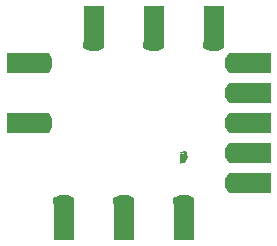
<source format=gbs>
G04 DipTrace 2.4.0.2*
%INminiEL.gbs*%
%MOMM*%
%ADD59R,1.75X2.05*%
%ADD60R,1.75X1.65*%
%ADD61R,2.05X1.75*%
%ADD62R,2.082X1.75*%
%ADD63R,1.65X1.75*%
%FSLAX53Y53*%
G04*
G71*
G90*
G75*
G01*
%LNBotMask*%
%LPD*%
D63*
X29050Y13810D3*
Y16350D3*
D62*
X30320Y13810D3*
Y16350D3*
G36*
X27775Y17225D2*
X28280D1*
Y15475D1*
X27775D1*
X27495Y16019D1*
Y16681D1*
X27775Y17225D1*
G37*
G36*
Y14685D2*
X28275D1*
Y12935D1*
X27775D1*
X27495Y13479D1*
Y14141D1*
X27775Y14685D1*
G37*
D63*
X29050Y23970D3*
G36*
X27775Y24845D2*
X28280D1*
Y23095D1*
X27775D1*
X27495Y23639D1*
Y24301D1*
X27775Y24845D1*
G37*
D61*
X30320Y23970D3*
D63*
X29050Y18890D3*
Y21430D3*
D62*
X30320Y18890D3*
Y21430D3*
G36*
X27775Y22305D2*
X28280D1*
Y20555D1*
X27775D1*
X27495Y21099D1*
Y21761D1*
X27775Y22305D1*
G37*
G36*
Y19765D2*
X28275D1*
Y18015D1*
X27775D1*
X27495Y18559D1*
Y19221D1*
X27775Y19765D1*
G37*
D60*
X21430Y26510D3*
G36*
X20555Y25235D2*
Y25740D1*
X22305D1*
Y25235D1*
X21761Y24955D1*
X21099D1*
X20555Y25235D1*
G37*
D59*
X21430Y27780D3*
D63*
X11270Y18890D3*
G36*
X12545Y18015D2*
X12040D1*
Y19765D1*
X12545D1*
X12825Y19221D1*
Y18559D1*
X12545Y18015D1*
G37*
D61*
X10000Y18890D3*
D60*
X26510Y26510D3*
G36*
X25635Y25235D2*
Y25740D1*
X27385D1*
Y25235D1*
X26841Y24955D1*
X26179D1*
X25635Y25235D1*
G37*
D59*
X26510Y27780D3*
D60*
X18890Y11270D3*
G36*
X19765Y12545D2*
Y12040D1*
X18015D1*
Y12545D1*
X18559Y12825D1*
X19221D1*
X19765Y12545D1*
G37*
D59*
X18890Y10000D3*
D60*
X16350Y26510D3*
G36*
X15475Y25235D2*
Y25740D1*
X17225D1*
Y25235D1*
X16681Y24955D1*
X16019D1*
X15475Y25235D1*
G37*
D59*
X16350Y27780D3*
D63*
X11270Y23970D3*
G36*
X12545Y23095D2*
X12040D1*
Y24845D1*
X12545D1*
X12825Y24301D1*
Y23639D1*
X12545Y23095D1*
G37*
D61*
X10000Y23970D3*
D60*
X13810Y11270D3*
G36*
X14685Y12545D2*
Y12040D1*
X12935D1*
Y12545D1*
X13479Y12825D1*
X14141D1*
X14685Y12545D1*
G37*
D59*
X13810Y10000D3*
D60*
X23970Y11270D3*
G36*
X24845Y12545D2*
Y12040D1*
X23095D1*
Y12545D1*
X23639Y12825D1*
X24301D1*
X24845Y12545D1*
G37*
D59*
X23970Y10000D3*
G36*
X23671Y15450D2*
X23862Y15480D1*
X24009Y15539D1*
X24103Y15616D1*
X24179Y15692D1*
X24243Y15804D1*
X24268Y15870D1*
X24288Y15965D1*
X24298Y16016D1*
X24304Y16098D1*
X24281Y16163D1*
X24243Y16201D1*
X24217Y16226D1*
X24205Y16290D1*
X24210Y16316D1*
X24225Y16367D1*
X24255Y16394D1*
X24174Y16493D1*
X24098Y16443D1*
X24080D1*
X24044Y16531D1*
X23989Y16544D1*
X23887Y16554D1*
X23994Y16301D1*
Y16270D1*
X23986Y16226D1*
X23963Y16216D1*
X23912Y16237D1*
X23849Y16352D1*
X23778Y16524D1*
X23727Y16498D1*
X23673Y16435D1*
X23747Y16244D1*
X23709Y16251D1*
X23671D1*
Y15450D1*
G37*
M02*

</source>
